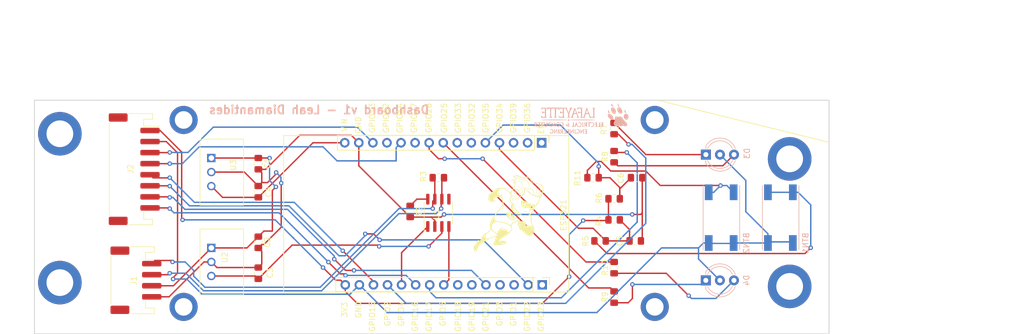
<source format=kicad_pcb>
(kicad_pcb (version 20171130) (host pcbnew "(5.1.4)-1")
  (layers (0 F.Cu signal) (31 B.Cu signal) (34 B.Paste user hide) (35 F.Paste user hide) (36 B.SilkS user) (37 F.SilkS user) (38 B.Mask user hide) (39 F.Mask user hide) (44 Edge.Cuts user))
  (net 0 "")
  (net 1 "Net-(D3-Pad1)")
  (net 2 /ESP_GND)
  (net 3 "Net-(D3-Pad3)")
  (net 4 "Net-(D4-Pad3)")
  (net 5 "Net-(D4-Pad1)")
  (net 6 /ESP_3V3)
  (net 7 /CS)
  (net 8 /~R1)
  (net 9 /BUSY)
  (net 10 /~G1)
  (net 11 /~R2)
  (net 12 /~G2)
  (net 13 /RST)
  (net 14 "Net-(ESP321-Pad27)")
  (net 15 "Net-(ESP321-Pad28)")
  (net 16 /DC)
  (net 17 "Net-(ESP321-Pad30)")
  (net 18 /DIN)
  (net 19 "Net-(ESP321-Pad12)")
  (net 20 /CLK)
  (net 21 "Net-(ESP321-Pad10)")
  (net 22 "Net-(ESP321-Pad7)")
  (net 23 "Net-(ESP321-Pad6)")
  (net 24 /BUTTON2)
  (net 25 /BUTTON1)
  (net 26 "Net-(ESP321-Pad3)")
  (net 27 "Net-(ESP321-Pad2)")
  (net 28 "Net-(ESP321-Pad1)")
  (net 29 /CANTX)
  (net 30 /GLV_RTN)
  (net 31 /GLV_5V)
  (net 32 /CANRX)
  (net 33 "Net-(U1-Pad5)")
  (net 34 /CAN_L)
  (net 35 /CAN_H)
  (net 36 /GLV_24V)
  (net 37 /ESP_BUTTON1)
  (net 38 /ESP_BUTTON2)
  (net 39 "Net-(R2-Pad2)")
  (net 40 "Net-(ESP321-Pad24)")
  (net 41 "Net-(ESP321-Pad25)")
  (net 42 /GLV_9V)
  (module Lafayette_Electric_Car_Footprints:ECE_Logo (layer B.Cu) (at 153 71 180)
    (fp_text reference G*** hide)
    (fp_text value LOGO hide)
  )
  (module MountingHole:MountingHole_5mm_Pad (layer F.Cu) (at 55.65 101.95)
    (fp_text reference "" (at 0 -6) (layer F.SilkS))
    (fp_text value MountingHole_5mm_Pad)
    (pad "" thru_hole circle (at 5.5386 -1.6962) (size 7.874 7.874) (drill 4.826) (layers *.Cu *.Mask))
  )
  (module MountingHole:MountingHole_5mm_Pad (layer F.Cu) (at 68.1 55.4)
    (fp_text reference "" (at 0 -6) (layer F.SilkS))
    (fp_text value MountingHole_5mm_Pad)
    (pad "" thru_hole circle (at -6.9114 17.9298) (size 7.874 7.874) (drill 4.826) (layers *.Cu *.Mask))
  )
  (module MountingHole:MountingHole_5mm_Pad (layer F.Cu) (at 230.0608 85.3736)
    (fp_text reference "" (at 0 -6) (layer F.SilkS))
    (fp_text value MountingHole_5mm_Pad)
    (pad "" thru_hole circle (at -37.0716 15.566) (size 7.874 7.874) (drill 4.826) (layers *.Cu *.Mask))
  )
  (module MountingHole:MountingHole_5mm_Pad (layer F.Cu) (at 212.2 73.15)
    (fp_text reference "" (at 0 -6) (layer F.SilkS))
    (fp_text value MountingHole_5mm_Pad)
    (pad "" thru_hole circle (at -19.2108 4.7264) (size 7.874 7.874) (drill 4.826) (layers *.Cu *.Mask))
  )
  (module Lafayette_Electric_Car_Footprints:2.9inEpaper (layer F.Cu) (at 81.25 68.55)
    (fp_text reference "" (at 6.35 -2.54) (layer F.SilkS))
    (fp_text value 2.9inEpaper)
    (pad "" thru_hole circle (at 2.286 36.0934) (size 5.08 5.08) (drill 3.175) (layers *.Cu *.Mask))
    (pad "" thru_hole circle (at 87.376 36.0934) (size 5.08 5.08) (drill 3.175) (layers *.Cu *.Mask))
    (pad "" thru_hole circle (at 87.376 2.286) (size 5.08 5.08) (drill 3.175) (layers *.Cu *.Mask))
    (pad "" thru_hole circle (at 2.286 2.286) (size 5.08 5.08) (drill 3.175) (layers *.Cu *.Mask))
  )
  (module Lafayette_Electric_Car_Footprints:dash (layer F.Cu) (at 142.24 87.63)
    (fp_text reference G*** hide)
    (fp_text value LOGO hide)
  )
  (module Lafayette_Electric_Car_Footprints:Paw (layer B.Cu) (at 162 70 180)
    (fp_text reference G*** hide)
    (fp_text value LOGO hide)
  )
  (module ESP32_Shield:ESP32_Devkit_DOIT_V1 (layer F.Cu) (at 101.6 73.66 270)
    (fp_text reference ESP321 (at 14.39 -50.55 90) (layer F.SilkS))
    (fp_text value ESP32_Devkit_DOIT_V1)
    (fp_text user GPIO23 (at 32.75 -46.5 90) (layer F.SilkS))
    (fp_text user GPIO22 (at 32.75 -44 90) (layer F.SilkS))
    (fp_text user GPIO1 (at 32.25 -41.5 90) (layer F.SilkS))
    (fp_text user GPIO3 (at 32.25 -39 90) (layer F.SilkS))
    (fp_text user GPIO21 (at 32.75 -36.5 90) (layer F.SilkS))
    (fp_text user GPIO19 (at 32.75 -34 90) (layer F.SilkS))
    (fp_text user GPIO18 (at 32.75 -31.5 90) (layer F.SilkS))
    (fp_text user GPIO5 (at 32.25 -28.75 90) (layer F.SilkS))
    (fp_text user GPIO17 (at 32.75 -26.25 90) (layer F.SilkS))
    (fp_text user GPIO16 (at 32.75 -23.75 90) (layer F.SilkS))
    (fp_text user GPIO4 (at 32.25 -21.25 90) (layer F.SilkS))
    (fp_text user GPIO2 (at 32.25 -18.75 90) (layer F.SilkS))
    (fp_text user GPIO15 (at 32.75 -16 90) (layer F.SilkS))
    (fp_text user 3V3 (at 31.5 -11 90) (layer F.SilkS))
    (fp_text user VIN (at -1.905 -11 90) (layer F.SilkS))
    (fp_text user GND (at 31.5 -13.5 90) (layer F.SilkS))
    (fp_text user GND (at -1.905 -13.5 90) (layer F.SilkS))
    (fp_text user GPIO13 (at -3.175 -16 90) (layer F.SilkS))
    (fp_text user GPIO12 (at -3.175 -18.5 90) (layer F.SilkS))
    (fp_text user GPIO14 (at -3.175 -21 90) (layer F.SilkS))
    (fp_text user GPIO27 (at -3.175 -23.55 90) (layer F.SilkS))
    (fp_text user GPIO26 (at -3.175 -26.2 90) (layer F.SilkS))
    (fp_text user GPIO25 (at -3.175 -29 90) (layer F.SilkS))
    (fp_text user GPIO33 (at -3.175 -31.5 90) (layer F.SilkS))
    (fp_text user GPIO32 (at -3.175 -34 90) (layer F.SilkS))
    (fp_text user GPIO35 (at -3.175 -36.5 90) (layer F.SilkS))
    (fp_text user GPIO34 (at -3.175 -39 90) (layer F.SilkS))
    (fp_text user GPIO39 (at -3.175 -41.5 90) (layer F.SilkS))
    (fp_text user GPIO36 (at -3.175 -44 90) (layer F.SilkS))
    (fp_text user EN (at -1.27 -46.5 90) (layer F.SilkS))
    (pad 16 thru_hole oval (at 27 -11.14 270) (size 1.7 1.7) (drill 1) (layers *.Cu *.Mask) (net 6 /ESP_3V3))
    (pad 17 thru_hole oval (at 27 -13.68 270) (size 1.7 1.7) (drill 1) (layers *.Cu *.Mask) (net 2 /ESP_GND))
    (pad 18 thru_hole oval (at 27 -16.22 270) (size 1.7 1.7) (drill 1) (layers *.Cu *.Mask) (net 7 /CS))
    (pad 19 thru_hole oval (at 27 -18.76 270) (size 1.7 1.7) (drill 1) (layers *.Cu *.Mask) (net 8 /~R1))
    (pad 20 thru_hole oval (at 27 -21.3 270) (size 1.7 1.7) (drill 1) (layers *.Cu *.Mask) (net 29 /CANTX))
    (pad 21 thru_hole oval (at 27 -23.84 270) (size 1.7 1.7) (drill 1) (layers *.Cu *.Mask) (net 9 /BUSY))
    (pad 22 thru_hole oval (at 27 -26.38 270) (size 1.7 1.7) (drill 1) (layers *.Cu *.Mask) (net 10 /~G1))
    (pad 23 thru_hole oval (at 27 -28.92 270) (size 1.7 1.7) (drill 1) (layers *.Cu *.Mask) (net 32 /CANRX))
    (pad 24 thru_hole oval (at 27 -31.46 270) (size 1.7 1.7) (drill 1) (layers *.Cu *.Mask) (net 40 "Net-(ESP321-Pad24)"))
    (pad 25 thru_hole oval (at 27 -34 270) (size 1.7 1.7) (drill 1) (layers *.Cu *.Mask) (net 41 "Net-(ESP321-Pad25)"))
    (pad 26 thru_hole oval (at 27 -36.54 270) (size 1.7 1.7) (drill 1) (layers *.Cu *.Mask) (net 13 /RST))
    (pad 27 thru_hole oval (at 27 -39.08 270) (size 1.7 1.7) (drill 1) (layers *.Cu *.Mask) (net 14 "Net-(ESP321-Pad27)"))
    (pad 28 thru_hole oval (at 27 -41.62 270) (size 1.7 1.7) (drill 1) (layers *.Cu *.Mask) (net 15 "Net-(ESP321-Pad28)"))
    (pad 29 thru_hole oval (at 27 -44.16 270) (size 1.7 1.7) (drill 1) (layers *.Cu *.Mask) (net 16 /DC))
    (pad 30 thru_hole rect (at 27 -46.7 270) (size 1.7 1.7) (drill 1) (layers *.Cu *.Mask) (net 17 "Net-(ESP321-Pad30)"))
    (pad 30 thru_hole rect (at 27 -46.7 270) (size 1.7 1.7) (drill 1) (layers *.Cu *.Mask) (net 17 "Net-(ESP321-Pad30)"))
    (pad 29 thru_hole oval (at 27 -44.16 270) (size 1.7 1.7) (drill 1) (layers *.Cu *.Mask) (net 16 /DC))
    (pad 28 thru_hole oval (at 27 -41.62 270) (size 1.7 1.7) (drill 1) (layers *.Cu *.Mask) (net 15 "Net-(ESP321-Pad28)"))
    (pad 27 thru_hole oval (at 27 -39.08 270) (size 1.7 1.7) (drill 1) (layers *.Cu *.Mask) (net 14 "Net-(ESP321-Pad27)"))
    (pad 26 thru_hole oval (at 27 -36.54 270) (size 1.7 1.7) (drill 1) (layers *.Cu *.Mask) (net 13 /RST))
    (pad 25 thru_hole oval (at 27 -34 270) (size 1.7 1.7) (drill 1) (layers *.Cu *.Mask) (net 41 "Net-(ESP321-Pad25)"))
    (pad 24 thru_hole oval (at 27 -31.46 270) (size 1.7 1.7) (drill 1) (layers *.Cu *.Mask) (net 40 "Net-(ESP321-Pad24)"))
    (pad 23 thru_hole oval (at 27 -28.92 270) (size 1.7 1.7) (drill 1) (layers *.Cu *.Mask) (net 32 /CANRX))
    (pad 22 thru_hole oval (at 27 -26.38 270) (size 1.7 1.7) (drill 1) (layers *.Cu *.Mask) (net 10 /~G1))
    (pad 21 thru_hole oval (at 27 -23.84 270) (size 1.7 1.7) (drill 1) (layers *.Cu *.Mask) (net 9 /BUSY))
    (pad 20 thru_hole oval (at 27 -21.3 270) (size 1.7 1.7) (drill 1) (layers *.Cu *.Mask) (net 29 /CANTX))
    (pad 19 thru_hole oval (at 27 -18.76 270) (size 1.7 1.7) (drill 1) (layers *.Cu *.Mask) (net 8 /~R1))
    (pad 18 thru_hole oval (at 27 -16.22 270) (size 1.7 1.7) (drill 1) (layers *.Cu *.Mask) (net 7 /CS))
    (pad 17 thru_hole oval (at 27 -13.68 270) (size 1.7 1.7) (drill 1) (layers *.Cu *.Mask) (net 2 /ESP_GND))
    (pad 16 thru_hole oval (at 27 -11.14 270) (size 1.7 1.7) (drill 1) (layers *.Cu *.Mask) (net 6 /ESP_3V3))
    (pad 15 thru_hole oval (at 1.3 -11.04 270) (size 1.7 1.7) (drill 1) (layers *.Cu *.Mask) (net 42 /GLV_9V))
    (pad 14 thru_hole oval (at 1.3 -13.58 270) (size 1.7 1.7) (drill 1) (layers *.Cu *.Mask) (net 30 /GLV_RTN))
    (pad 13 thru_hole oval (at 1.3 -16.12 270) (size 1.7 1.7) (drill 1) (layers *.Cu *.Mask) (net 18 /DIN))
    (pad 12 thru_hole oval (at 1.3 -18.66 270) (size 1.7 1.7) (drill 1) (layers *.Cu *.Mask) (net 19 "Net-(ESP321-Pad12)"))
    (pad 11 thru_hole oval (at 1.3 -21.2 270) (size 1.7 1.7) (drill 1) (layers *.Cu *.Mask) (net 20 /CLK))
    (pad 10 thru_hole oval (at 1.3 -23.74 270) (size 1.7 1.7) (drill 1) (layers *.Cu *.Mask) (net 21 "Net-(ESP321-Pad10)"))
    (pad 9 thru_hole oval (at 1.3 -26.28 270) (size 1.7 1.7) (drill 1) (layers *.Cu *.Mask) (net 12 /~G2))
    (pad 8 thru_hole oval (at 1.3 -28.82 270) (size 1.7 1.7) (drill 1) (layers *.Cu *.Mask) (net 11 /~R2))
    (pad 7 thru_hole oval (at 1.3 -31.36 270) (size 1.7 1.7) (drill 1) (layers *.Cu *.Mask) (net 22 "Net-(ESP321-Pad7)"))
    (pad 6 thru_hole oval (at 1.3 -33.9 270) (size 1.7 1.7) (drill 1) (layers *.Cu *.Mask) (net 23 "Net-(ESP321-Pad6)"))
    (pad 5 thru_hole oval (at 1.3 -36.44 270) (size 1.7 1.7) (drill 1) (layers *.Cu *.Mask) (net 38 /ESP_BUTTON2))
    (pad 4 thru_hole oval (at 1.3 -38.98 270) (size 1.7 1.7) (drill 1) (layers *.Cu *.Mask) (net 37 /ESP_BUTTON1))
    (pad 3 thru_hole oval (at 1.3 -41.52 270) (size 1.7 1.7) (drill 1) (layers *.Cu *.Mask) (net 26 "Net-(ESP321-Pad3)"))
    (pad 2 thru_hole oval (at 1.3 -44.06 270) (size 1.7 1.7) (drill 1) (layers *.Cu *.Mask) (net 27 "Net-(ESP321-Pad2)"))
    (pad 1 thru_hole rect (at 1.3 -46.6 270) (size 1.7 1.7) (drill 1) (layers *.Cu *.Mask) (net 28 "Net-(ESP321-Pad1)"))
    (pad 1 thru_hole rect (at 1.3 -46.6 270) (size 1.7 1.7) (drill 1) (layers *.Cu *.Mask) (net 28 "Net-(ESP321-Pad1)"))
    (pad 2 thru_hole oval (at 1.3 -44.06 270) (size 1.7 1.7) (drill 1) (layers *.Cu *.Mask) (net 27 "Net-(ESP321-Pad2)"))
    (pad 3 thru_hole oval (at 1.3 -41.52 270) (size 1.7 1.7) (drill 1) (layers *.Cu *.Mask) (net 26 "Net-(ESP321-Pad3)"))
    (pad 4 thru_hole oval (at 1.3 -38.98 270) (size 1.7 1.7) (drill 1) (layers *.Cu *.Mask) (net 37 /ESP_BUTTON1))
    (pad 5 thru_hole oval (at 1.3 -36.44 270) (size 1.7 1.7) (drill 1) (layers *.Cu *.Mask) (net 38 /ESP_BUTTON2))
    (pad 6 thru_hole oval (at 1.3 -33.9 270) (size 1.7 1.7) (drill 1) (layers *.Cu *.Mask) (net 23 "Net-(ESP321-Pad6)"))
    (pad 7 thru_hole oval (at 1.3 -31.36 270) (size 1.7 1.7) (drill 1) (layers *.Cu *.Mask) (net 22 "Net-(ESP321-Pad7)"))
    (pad 8 thru_hole oval (at 1.3 -28.82 270) (size 1.7 1.7) (drill 1) (layers *.Cu *.Mask) (net 11 /~R2))
    (pad 9 thru_hole oval (at 1.3 -26.28 270) (size 1.7 1.7) (drill 1) (layers *.Cu *.Mask) (net 12 /~G2))
    (pad 10 thru_hole oval (at 1.3 -23.74 270) (size 1.7 1.7) (drill 1) (layers *.Cu *.Mask) (net 21 "Net-(ESP321-Pad10)"))
    (pad 11 thru_hole oval (at 1.3 -21.2 270) (size 1.7 1.7) (drill 1) (layers *.Cu *.Mask) (net 20 /CLK))
    (pad 12 thru_hole oval (at 1.3 -18.66 270) (size 1.7 1.7) (drill 1) (layers *.Cu *.Mask) (net 19 "Net-(ESP321-Pad12)"))
    (pad 13 thru_hole oval (at 1.3 -16.12 270) (size 1.7 1.7) (drill 1) (layers *.Cu *.Mask) (net 18 /DIN))
    (pad 14 thru_hole oval (at 1.3 -13.58 270) (size 1.7 1.7) (drill 1) (layers *.Cu *.Mask) (net 30 /GLV_RTN))
    (pad 15 thru_hole oval (at 1.3 -11.04 270) (size 1.7 1.7) (drill 1) (layers *.Cu *.Mask) (net 42 /GLV_9V))
  )
  (module Connector_JST:JST_PH_S8B-PH-SM4-TB_1x08-1MP_P2.00mm_Horizontal (layer F.Cu) (at 74.62 79.74 270)
    (fp_text reference J2 (at -0.04 0.67 90) (layer F.SilkS))
    (fp_text value Display)
    (pad 1 smd roundrect (at -7 -2.85 270) (size 1 3.5) (layers F.Cu F.Paste F.Mask) (net 6 /ESP_3V3))
    (pad 2 smd roundrect (at -5 -2.85 270) (size 1 3.5) (layers F.Cu F.Paste F.Mask) (net 2 /ESP_GND))
    (pad 3 smd roundrect (at -3 -2.85 270) (size 1 3.5) (layers F.Cu F.Paste F.Mask) (net 18 /DIN))
    (pad 4 smd roundrect (at -1 -2.85 270) (size 1 3.5) (layers F.Cu F.Paste F.Mask) (net 20 /CLK))
    (pad 5 smd roundrect (at 1 -2.85 270) (size 1 3.5) (layers F.Cu F.Paste F.Mask) (net 7 /CS))
    (pad 6 smd roundrect (at 3 -2.85 270) (size 1 3.5) (layers F.Cu F.Paste F.Mask) (net 16 /DC))
    (pad 7 smd roundrect (at 5 -2.85 270) (size 1 3.5) (layers F.Cu F.Paste F.Mask) (net 13 /RST))
    (pad 8 smd roundrect (at 7 -2.85 270) (size 1 3.5) (layers F.Cu F.Paste F.Mask) (net 9 /BUSY))
    (pad MP smd roundrect (at -9.35 2.9 270) (size 1.5 3.4) (layers F.Cu F.Paste F.Mask) (roundrect_rratio 0.166667))
    (pad MP smd roundrect (at 9.35 2.9 270) (size 1.5 3.4) (layers F.Cu F.Paste F.Mask) (roundrect_rratio 0.166667))
  )
  (module Lafayette_Electric_Car_Footprints:PushButton (layer B.Cu) (at 191.3636 88.4936 90)
    (fp_text reference BTN1 (at -4.6 4.5 90) (layer B.SilkS) (effects (justify mirror)))
    (fp_text value PushButton)
    (pad 2 smd rect (at 4.575 2.2 90) (size 2.85 1.4) (layers B.Cu B.Paste B.Mask) (net 25 /BUTTON1))
    (pad 2 smd rect (at 4.575 -2.3 90) (size 2.85 1.4) (layers B.Cu B.Paste B.Mask) (net 25 /BUTTON1))
    (pad 1 smd rect (at -4.6 -2.3 90) (size 2.85 1.4) (layers B.Cu B.Paste B.Mask) (net 2 /ESP_GND))
    (pad 1 smd rect (at -4.6 2.2 90) (size 2.85 1.4) (layers B.Cu B.Paste B.Mask) (net 2 /ESP_GND))
  )
  (module Lafayette_Electric_Car_Footprints:PushButton (layer B.Cu) (at 180.6702 88.4936 90)
    (fp_text reference BTN2 (at -4.6 4.5 90) (layer B.SilkS) (effects (justify mirror)))
    (fp_text value PushButton)
    (pad 1 smd rect (at -4.6 2.2 90) (size 2.85 1.4) (layers B.Cu B.Paste B.Mask) (net 2 /ESP_GND))
    (pad 1 smd rect (at -4.6 -2.3 90) (size 2.85 1.4) (layers B.Cu B.Paste B.Mask) (net 2 /ESP_GND))
    (pad 2 smd rect (at 4.575 -2.3 90) (size 2.85 1.4) (layers B.Cu B.Paste B.Mask) (net 24 /BUTTON2))
    (pad 2 smd rect (at 4.575 2.2 90) (size 2.85 1.4) (layers B.Cu B.Paste B.Mask) (net 24 /BUTTON2))
  )
  (module LED_THT:LED_D5.0mm-3 (layer B.Cu) (at 177.86 77.1)
    (fp_text reference D3 (at 7.44 -0.2 90) (layer B.SilkS) (effects (justify mirror)))
    (fp_text value LED_Dual_ACA)
    (pad 1 thru_hole rect (at 0 0) (size 1.8 1.8) (drill 0.9) (layers *.Cu *.Mask) (net 1 "Net-(D3-Pad1)"))
    (pad 2 thru_hole circle (at 2.54 0) (size 1.8 1.8) (drill 0.9) (layers *.Cu *.Mask) (net 2 /ESP_GND))
    (pad 3 thru_hole circle (at 5.08 0) (size 1.8 1.8) (drill 0.9) (layers *.Cu *.Mask) (net 3 "Net-(D3-Pad3)"))
  )
  (module LED_THT:LED_D5.0mm-3 (layer B.Cu) (at 177.85 99.85)
    (fp_text reference D4 (at 7.35 0 90) (layer B.SilkS) (effects (justify mirror)))
    (fp_text value LED_Dual_ACA)
    (pad 3 thru_hole circle (at 5.08 0) (size 1.8 1.8) (drill 0.9) (layers *.Cu *.Mask) (net 4 "Net-(D4-Pad3)"))
    (pad 2 thru_hole circle (at 2.54 0) (size 1.8 1.8) (drill 0.9) (layers *.Cu *.Mask) (net 2 /ESP_GND))
    (pad 1 thru_hole rect (at 0 0) (size 1.8 1.8) (drill 0.9) (layers *.Cu *.Mask) (net 5 "Net-(D4-Pad1)"))
  )
  (module Package_SO:SOIC-8_3.9x4.9mm_P1.27mm (layer F.Cu) (at 129.54 87.63 90)
    (fp_text reference U1 (at -0.27 -0.39 90) (layer F.SilkS))
    (fp_text value MCP2551-I-SN)
    (pad 1 smd roundrect (at -2.475 -1.905 90) (size 1.95 0.6) (layers F.Cu F.Paste F.Mask) (net 29 /CANTX))
    (pad 2 smd roundrect (at -2.475 -0.635 90) (size 1.95 0.6) (layers F.Cu F.Paste F.Mask) (net 30 /GLV_RTN))
    (pad 3 smd roundrect (at -2.475 0.635 90) (size 1.95 0.6) (layers F.Cu F.Paste F.Mask) (net 31 /GLV_5V))
    (pad 4 smd roundrect (at -2.475 1.905 90) (size 1.95 0.6) (layers F.Cu F.Paste F.Mask) (net 32 /CANRX))
    (pad 5 smd roundrect (at 2.475 1.905 90) (size 1.95 0.6) (layers F.Cu F.Paste F.Mask) (net 33 "Net-(U1-Pad5)"))
    (pad 6 smd roundrect (at 2.475 0.635 90) (size 1.95 0.6) (layers F.Cu F.Paste F.Mask) (net 34 /CAN_L))
    (pad 7 smd roundrect (at 2.475 -0.635 90) (size 1.95 0.6) (layers F.Cu F.Paste F.Mask) (net 35 /CAN_H))
    (pad 8 smd roundrect (at 2.475 -1.905 90) (size 1.95 0.6) (layers F.Cu F.Paste F.Mask) (net 39 "Net-(R2-Pad2)"))
  )
  (module Lafayette_Electric_Car_Footprints:VX7805-500 (layer F.Cu) (at 90.17 96.52 270)
    (fp_text reference U2 (at -0.82 -0.83 90) (layer F.SilkS))
    (fp_text value V7805-500)
    (pad 1 thru_hole rect (at -2.54 1.625 270) (size 1.508 1.508) (drill 1) (layers *.Cu *.Mask) (net 36 /GLV_24V))
    (pad 2 thru_hole circle (at 0 1.625 270) (size 1.508 1.508) (drill 1) (layers *.Cu *.Mask) (net 30 /GLV_RTN))
    (pad 3 thru_hole circle (at 2.54 1.625 270) (size 1.508 1.508) (drill 1) (layers *.Cu *.Mask) (net 31 /GLV_5V))
  )
  (module Capacitor_SMD:C_0805_2012Metric_Pad1.15x1.40mm_HandSolder (layer F.Cu) (at 97.028 92.964 270)
    (fp_text reference C2 (at 0 -1.65 90) (layer F.SilkS))
    (fp_text value 10u)
    (pad 1 smd roundrect (at -1.025 0 270) (size 1.15 1.4) (layers F.Cu F.Paste F.Mask) (roundrect_rratio 0.217391) (net 36 /GLV_24V))
    (pad 2 smd roundrect (at 1.025 0 270) (size 1.15 1.4) (layers F.Cu F.Paste F.Mask) (roundrect_rratio 0.217391) (net 30 /GLV_RTN))
  )
  (module Capacitor_SMD:C_0805_2012Metric_Pad1.15x1.40mm_HandSolder (layer F.Cu) (at 97.028 98.552 90)
    (fp_text reference C3 (at 0.052 2.122 90) (layer F.SilkS))
    (fp_text value 22u)
    (pad 2 smd roundrect (at 1.025 0 90) (size 1.15 1.4) (layers F.Cu F.Paste F.Mask) (roundrect_rratio 0.217391) (net 30 /GLV_RTN))
    (pad 1 smd roundrect (at -1.025 0 90) (size 1.15 1.4) (layers F.Cu F.Paste F.Mask) (roundrect_rratio 0.217391) (net 31 /GLV_5V))
  )
  (module Capacitor_SMD:C_0805_2012Metric_Pad1.15x1.40mm_HandSolder (layer F.Cu) (at 165.1 92.71)
    (fp_text reference C5 (at -2.8 -0.01 90) (layer F.SilkS))
    (fp_text value .1u)
    (pad 1 smd roundrect (at -1.025 0) (size 1.15 1.4) (layers F.Cu F.Paste F.Mask) (roundrect_rratio 0.217391) (net 37 /ESP_BUTTON1))
    (pad 2 smd roundrect (at 1.025 0) (size 1.15 1.4) (layers F.Cu F.Paste F.Mask) (roundrect_rratio 0.217391) (net 30 /GLV_RTN))
  )
  (module Capacitor_SMD:C_0805_2012Metric_Pad1.15x1.40mm_HandSolder (layer F.Cu) (at 165.345 81.28)
    (fp_text reference C6 (at -2.845 0.07 90) (layer F.SilkS))
    (fp_text value .1u)
    (pad 2 smd roundrect (at 1.025 0) (size 1.15 1.4) (layers F.Cu F.Paste F.Mask) (roundrect_rratio 0.217391) (net 30 /GLV_RTN))
    (pad 1 smd roundrect (at -1.025 0) (size 1.15 1.4) (layers F.Cu F.Paste F.Mask) (roundrect_rratio 0.217391) (net 38 /ESP_BUTTON2))
  )
  (module Connector_JST:JST_PH_S4B-PH-SM4-TB_1x04-1MP_P2.00mm_Horizontal (layer F.Cu) (at 74.93 99.822 270)
    (fp_text reference J1 (at 0.078 0.38 90) (layer F.SilkS))
    (fp_text value GLV/CAN)
    (pad 1 smd roundrect (at -3 -2.85 270) (size 1 3.5) (layers F.Cu F.Paste F.Mask) (net 35 /CAN_H))
    (pad 2 smd roundrect (at -1 -2.85 270) (size 1 3.5) (layers F.Cu F.Paste F.Mask) (net 34 /CAN_L))
    (pad 3 smd roundrect (at 1 -2.85 270) (size 1 3.5) (layers F.Cu F.Paste F.Mask) (net 36 /GLV_24V))
    (pad 4 smd roundrect (at 3 -2.85 270) (size 1 3.5) (layers F.Cu F.Paste F.Mask) (net 30 /GLV_RTN))
    (pad MP smd roundrect (at -5.35 2.9 270) (size 1.5 3.4) (layers F.Cu F.Paste F.Mask) (roundrect_rratio 0.166667))
    (pad MP smd roundrect (at 5.35 2.9 270) (size 1.5 3.4) (layers F.Cu F.Paste F.Mask) (roundrect_rratio 0.166667))
  )
  (module Resistor_SMD:R_0805_2012Metric_Pad1.15x1.40mm_HandSolder (layer F.Cu) (at 124.46 87.385 90)
    (fp_text reference R2 (at -0.065 1.64 90) (layer F.SilkS))
    (fp_text value 1K)
    (pad 2 smd roundrect (at 1.025 0 90) (size 1.15 1.4) (layers F.Cu F.Paste F.Mask) (roundrect_rratio 0.217391) (net 39 "Net-(R2-Pad2)"))
    (pad 1 smd roundrect (at -1.025 0 90) (size 1.15 1.4) (layers F.Cu F.Paste F.Mask) (roundrect_rratio 0.217391) (net 30 /GLV_RTN))
  )
  (module Resistor_SMD:R_0805_2012Metric_Pad1.15x1.40mm_HandSolder (layer F.Cu) (at 129.54 81.28)
    (fp_text reference R3 (at -2.69 -0.23 90) (layer F.SilkS))
    (fp_text value 120)
    (pad 1 smd roundrect (at -1.025 0) (size 1.15 1.4) (layers F.Cu F.Paste F.Mask) (roundrect_rratio 0.217391) (net 35 /CAN_H))
    (pad 2 smd roundrect (at 1.025 0) (size 1.15 1.4) (layers F.Cu F.Paste F.Mask) (roundrect_rratio 0.217391) (net 34 /CAN_L))
  )
  (module Resistor_SMD:R_0805_2012Metric_Pad1.15x1.40mm_HandSolder (layer F.Cu) (at 161.29 88.9 180)
    (fp_text reference R4 (at 2.74 -0.2 90) (layer F.SilkS))
    (fp_text value 100k)
    (pad 2 smd roundrect (at 1.025 0 180) (size 1.15 1.4) (layers F.Cu F.Paste F.Mask) (roundrect_rratio 0.217391) (net 6 /ESP_3V3))
    (pad 1 smd roundrect (at -1.025 0 180) (size 1.15 1.4) (layers F.Cu F.Paste F.Mask) (roundrect_rratio 0.217391) (net 37 /ESP_BUTTON1))
  )
  (module Resistor_SMD:R_0805_2012Metric_Pad1.15x1.40mm_HandSolder (layer F.Cu) (at 158.75 92.71 180)
    (fp_text reference R5 (at 2.6 -0.04 90) (layer F.SilkS))
    (fp_text value 1K)
    (pad 2 smd roundrect (at 1.025 0 180) (size 1.15 1.4) (layers F.Cu F.Paste F.Mask) (roundrect_rratio 0.217391) (net 25 /BUTTON1))
    (pad 1 smd roundrect (at -1.025 0 180) (size 1.15 1.4) (layers F.Cu F.Paste F.Mask) (roundrect_rratio 0.217391) (net 37 /ESP_BUTTON1))
  )
  (module Resistor_SMD:R_0805_2012Metric_Pad1.15x1.40mm_HandSolder (layer F.Cu) (at 161.29 85.09 180)
    (fp_text reference R6 (at 2.74 0.14 90) (layer F.SilkS))
    (fp_text value 100k)
    (pad 2 smd roundrect (at 1.025 0 180) (size 1.15 1.4) (layers F.Cu F.Paste F.Mask) (roundrect_rratio 0.217391) (net 6 /ESP_3V3))
    (pad 1 smd roundrect (at -1.025 0 180) (size 1.15 1.4) (layers F.Cu F.Paste F.Mask) (roundrect_rratio 0.217391) (net 38 /ESP_BUTTON2))
  )
  (module Resistor_SMD:R_0805_2012Metric_Pad1.15x1.40mm_HandSolder (layer F.Cu) (at 161.29 72.39 270)
    (fp_text reference R7 (at 0.16 1.84 90) (layer F.SilkS))
    (fp_text value 68)
    (pad 1 smd roundrect (at -1.025 0 270) (size 1.15 1.4) (layers F.Cu F.Paste F.Mask) (roundrect_rratio 0.217391) (net 1 "Net-(D3-Pad1)"))
    (pad 2 smd roundrect (at 1.025 0 270) (size 1.15 1.4) (layers F.Cu F.Paste F.Mask) (roundrect_rratio 0.217391) (net 8 /~R1))
  )
  (module Resistor_SMD:R_0805_2012Metric_Pad1.15x1.40mm_HandSolder (layer F.Cu) (at 161.29 77.47 90)
    (fp_text reference R8 (at 0 -1.65 90) (layer F.SilkS))
    (fp_text value 750)
    (pad 2 smd roundrect (at 1.025 0 90) (size 1.15 1.4) (layers F.Cu F.Paste F.Mask) (roundrect_rratio 0.217391) (net 10 /~G1))
    (pad 1 smd roundrect (at -1.025 0 90) (size 1.15 1.4) (layers F.Cu F.Paste F.Mask) (roundrect_rratio 0.217391) (net 3 "Net-(D3-Pad3)"))
  )
  (module Resistor_SMD:R_0805_2012Metric_Pad1.15x1.40mm_HandSolder (layer F.Cu) (at 161.29 102.87 90)
    (fp_text reference R9 (at 0 -1.65 90) (layer F.SilkS))
    (fp_text value 68)
    (pad 1 smd roundrect (at -1.025 0 90) (size 1.15 1.4) (layers F.Cu F.Paste F.Mask) (roundrect_rratio 0.217391) (net 5 "Net-(D4-Pad1)"))
    (pad 2 smd roundrect (at 1.025 0 90) (size 1.15 1.4) (layers F.Cu F.Paste F.Mask) (roundrect_rratio 0.217391) (net 11 /~R2))
  )
  (module Resistor_SMD:R_0805_2012Metric_Pad1.15x1.40mm_HandSolder (layer F.Cu) (at 161.29 97.545 90)
    (fp_text reference R10 (at 0 -1.65 90) (layer F.SilkS))
    (fp_text value 750)
    (pad 1 smd roundrect (at -1.025 0 90) (size 1.15 1.4) (layers F.Cu F.Paste F.Mask) (roundrect_rratio 0.217391) (net 4 "Net-(D4-Pad3)"))
    (pad 2 smd roundrect (at 1.025 0 90) (size 1.15 1.4) (layers F.Cu F.Paste F.Mask) (roundrect_rratio 0.217391) (net 12 /~G2))
  )
  (module Resistor_SMD:R_0805_2012Metric_Pad1.15x1.40mm_HandSolder (layer F.Cu) (at 157.48 81.28 180)
    (fp_text reference R11 (at 2.83 -0.07 90) (layer F.SilkS))
    (fp_text value 1K)
    (pad 1 smd roundrect (at -1.025 0 180) (size 1.15 1.4) (layers F.Cu F.Paste F.Mask) (roundrect_rratio 0.217391) (net 38 /ESP_BUTTON2))
    (pad 2 smd roundrect (at 1.025 0 180) (size 1.15 1.4) (layers F.Cu F.Paste F.Mask) (roundrect_rratio 0.217391) (net 24 /BUTTON2))
  )
  (module Capacitor_SMD:C_0805_2012Metric_Pad1.15x1.40mm_HandSolder (layer F.Cu) (at 97.028 78.74 270)
    (fp_text reference C1 (at 0 -1.65 90) (layer F.SilkS))
    (fp_text value 10u)
    (pad 1 smd roundrect (at -1.025 0 270) (size 1.15 1.4) (layers F.Cu F.Paste F.Mask) (roundrect_rratio 0.217391) (net 36 /GLV_24V))
    (pad 2 smd roundrect (at 1.025 0 270) (size 1.15 1.4) (layers F.Cu F.Paste F.Mask) (roundrect_rratio 0.217391) (net 30 /GLV_RTN))
  )
  (module Capacitor_SMD:C_0805_2012Metric_Pad1.15x1.40mm_HandSolder (layer F.Cu) (at 97.028 83.811 90)
    (fp_text reference C4 (at -0.039 1.872 90) (layer F.SilkS))
    (fp_text value 10u)
    (pad 2 smd roundrect (at 1.025 0 90) (size 1.15 1.4) (layers F.Cu F.Paste F.Mask) (roundrect_rratio 0.217391) (net 30 /GLV_RTN))
    (pad 1 smd roundrect (at -1.025 0 90) (size 1.15 1.4) (layers F.Cu F.Paste F.Mask) (roundrect_rratio 0.217391) (net 42 /GLV_9V))
  )
  (module Lafayette_Electric_Car_Footprints:VX7805-500 (layer F.Cu) (at 90.17 80.264 270)
    (fp_text reference U3 (at -1.264 -2.33 90) (layer F.SilkS))
    (fp_text value V7809-500)
    (pad 1 thru_hole rect (at -2.54 1.625 270) (size 1.508 1.508) (drill 1) (layers *.Cu *.Mask) (net 36 /GLV_24V))
    (pad 2 thru_hole circle (at 0 1.625 270) (size 1.508 1.508) (drill 1) (layers *.Cu *.Mask) (net 30 /GLV_RTN))
    (pad 3 thru_hole circle (at 2.54 1.625 270) (size 1.508 1.508) (drill 1) (layers *.Cu *.Mask) (net 42 /GLV_9V))
  )
  (gr_line (start 200.1012 74.8792) (end 200.1012 67.2592) (layer Edge.Cuts) (width 0.15))
  (gr_line (start 169.164 67.2592) (end 200.1012 67.2592) (layer Edge.Cuts) (width 0.15))
  (gr_line (start 68.1736 67.2592) (end 56.5912 67.2592) (layer Edge.Cuts) (width 0.15))
  (gr_line (start 56.5912 109.5248) (end 56.5912 67.2592) (layer Edge.Cuts) (width 0.15))
  (gr_line (start 68.1736 109.5248) (end 56.5912 109.5248) (layer Edge.Cuts) (width 0.15))
  (gr_text "Dashboard v1 - Leah Diamantides" (at 108 69) (layer B.SilkS) (effects (font (size 1.5 1.5) (thickness 0.3)) (justify mirror)))
  (gr_line (start 169.164 67.2592) (end 200.1012 74.8792) (layer F.SilkS) (width 0.15))
  (gr_line (start 200.1012 109.5248) (end 200.1012 74.8792) (layer Edge.Cuts) (width 0.15))
  (gr_line (start 68.1736 67.2592) (end 169.164 67.2592) (layer Edge.Cuts) (width 0.15))
  (gr_line (start 200.1012 109.5248) (end 68.1736 109.5248) (layer Edge.Cuts) (width 0.15))
  (segment (start 194.5136 83.9186) (end 193.5636 83.9186) (width 0.25) (layer B.Cu) (net 25))
  (segment (start 193.5636 83.9186) (end 189.0636 83.9186) (width 0.25) (layer B.Cu) (net 25))
  (segment (start 167.025 77.1) (end 177.86 77.1) (width 0.25) (layer F.Cu) (net 1))
  (segment (start 161.29 71.365) (end 167.025 77.1) (width 0.25) (layer F.Cu) (net 1))
  (segment (start 169.855118 93.98) (end 158.171118 105.664) (width 0.25) (layer B.Cu) (net 2))
  (segment (start 176.53 93.98) (end 169.855118 93.98) (width 0.25) (layer B.Cu) (net 2))
  (segment (start 158.171118 105.664) (end 120.284 105.664) (width 0.25) (layer B.Cu) (net 2))
  (segment (start 120.284 105.664) (end 115.28 100.66) (width 0.25) (layer B.Cu) (net 2))
  (segment (start 188.88 92.89) (end 189.83 92.89) (width 0.25) (layer B.Cu) (net 2))
  (segment (start 189.83 92.89) (end 193.38 92.89) (width 0.25) (layer B.Cu) (net 2))
  (segment (start 178.38 93.17) (end 179.33 93.17) (width 0.25) (layer B.Cu) (net 2))
  (segment (start 179.33 93.17) (end 182.88 93.17) (width 0.25) (layer B.Cu) (net 2))
  (segment (start 178.38 92.445) (end 178.38 93.17) (width 0.25) (layer B.Cu) (net 2))
  (segment (start 77.47 74.74) (end 80.398882 74.74) (width 0.25) (layer F.Cu) (net 2))
  (segment (start 180.4 77.1) (end 185.070999 81.770999) (width 0.25) (layer B.Cu) (net 2))
  (segment (start 176.53 95.99) (end 180.39 99.85) (width 0.25) (layer B.Cu) (net 2))
  (segment (start 176.53 93.98) (end 176.53 95.99) (width 0.25) (layer B.Cu) (net 2))
  (segment (start 177.4164 93.0936) (end 178.3702 93.0936) (width 0.25) (layer B.Cu) (net 2))
  (segment (start 176.53 93.98) (end 177.4164 93.0936) (width 0.25) (layer B.Cu) (net 2))
  (segment (start 182.8702 93.0936) (end 189.0636 93.0936) (width 0.25) (layer B.Cu) (net 2))
  (segment (start 189.0636 91.4186) (end 189.0636 93.0936) (width 0.25) (layer B.Cu) (net 2))
  (segment (start 185.070999 87.425999) (end 189.0636 91.4186) (width 0.25) (layer B.Cu) (net 2))
  (segment (start 185.070999 81.770999) (end 185.070999 87.425999) (width 0.25) (layer B.Cu) (net 2))
  (segment (start 82.440001 76.781119) (end 82.440001 98.534999) (width 0.25) (layer F.Cu) (net 2))
  (segment (start 80.398882 74.74) (end 82.440001 76.781119) (width 0.25) (layer F.Cu) (net 2))
  (via (at 81.635778 99.607943) (size 0.8) (drill 0.4) (layers F.Cu B.Cu) (net 2))
  (segment (start 82.440001 98.534999) (end 81.635778 99.339222) (width 0.25) (layer F.Cu) (net 2))
  (segment (start 81.635778 99.339222) (end 81.635778 99.607943) (width 0.25) (layer F.Cu) (net 2))
  (segment (start 114.430001 101.509999) (end 115.28 100.66) (width 0.25) (layer B.Cu) (net 2))
  (segment (start 113.58598 102.35402) (end 114.430001 101.509999) (width 0.25) (layer B.Cu) (net 2))
  (segment (start 86.853256 102.35402) (end 113.58598 102.35402) (width 0.25) (layer B.Cu) (net 2))
  (segment (start 84.107177 99.607943) (end 86.853256 102.35402) (width 0.25) (layer B.Cu) (net 2))
  (segment (start 81.635778 99.607943) (end 84.107177 99.607943) (width 0.25) (layer B.Cu) (net 2))
  (segment (start 182.040001 77.999999) (end 182.94 77.1) (width 0.25) (layer F.Cu) (net 3))
  (segment (start 180.921628 79.118372) (end 182.040001 77.999999) (width 0.25) (layer F.Cu) (net 3))
  (segment (start 161.913372 79.118372) (end 180.921628 79.118372) (width 0.25) (layer F.Cu) (net 3))
  (segment (start 161.29 78.495) (end 161.913372 79.118372) (width 0.25) (layer F.Cu) (net 3))
  (segment (start 174.752 102.616) (end 170.706 98.57) (width 0.25) (layer F.Cu) (net 4))
  (segment (start 170.706 98.57) (end 161.29 98.57) (width 0.25) (layer F.Cu) (net 4))
  (segment (start 175.26 103.124) (end 174.752 102.616) (width 0.25) (layer B.Cu) (net 4))
  (via (at 174.752 102.616) (size 0.8) (drill 0.4) (layers F.Cu B.Cu) (net 4))
  (segment (start 179.656 103.124) (end 182.93 99.85) (width 0.25) (layer B.Cu) (net 4))
  (segment (start 175.26 103.124) (end 179.656 103.124) (width 0.25) (layer B.Cu) (net 4))
  (segment (start 164.592 103.124) (end 163.821 103.895) (width 0.25) (layer F.Cu) (net 5))
  (segment (start 164.592 100.584) (end 164.592 103.124) (width 0.25) (layer F.Cu) (net 5))
  (segment (start 163.821 103.895) (end 161.29 103.895) (width 0.25) (layer F.Cu) (net 5))
  (via (at 164.592 100.584) (size 0.8) (drill 0.4) (layers F.Cu B.Cu) (net 5))
  (segment (start 177.116 100.584) (end 177.85 99.85) (width 0.25) (layer B.Cu) (net 5))
  (segment (start 164.592 100.584) (end 177.116 100.584) (width 0.25) (layer B.Cu) (net 5))
  (segment (start 114.890919 104.013) (end 148.336 104.013) (width 0.25) (layer F.Cu) (net 6))
  (segment (start 148.336 104.013) (end 153.162 99.187) (width 0.25) (layer F.Cu) (net 6))
  (segment (start 112.74 101.862081) (end 114.890919 104.013) (width 0.25) (layer F.Cu) (net 6))
  (segment (start 112.74 100.66) (end 112.74 101.862081) (width 0.25) (layer F.Cu) (net 6))
  (segment (start 153.162 99.441) (end 153.162 99.187) (width 0.25) (layer F.Cu) (net 6))
  (segment (start 155.702 89.027) (end 160.138 89.027) (width 0.25) (layer F.Cu) (net 6))
  (segment (start 160.138 89.027) (end 160.265 88.9) (width 0.25) (layer F.Cu) (net 6))
  (segment (start 153.162 91.567) (end 155.702 89.027) (width 0.25) (layer B.Cu) (net 6))
  (via (at 155.702 89.027) (size 0.8) (drill 0.4) (layers F.Cu B.Cu) (net 6))
  (segment (start 153.162 99.187) (end 153.162 91.567) (width 0.25) (layer B.Cu) (net 6))
  (via (at 153.162 99.187) (size 0.8) (drill 0.4) (layers F.Cu B.Cu) (net 6))
  (segment (start 160.265 85.09) (end 160.265 88.9) (width 0.25) (layer F.Cu) (net 6))
  (segment (start 110.986001 99.810001) (end 108.712 97.536) (width 0.25) (layer F.Cu) (net 6))
  (via (at 108.712 97.536) (size 0.8) (drill 0.4) (layers F.Cu B.Cu) (net 6))
  (segment (start 112.74 100.66) (end 111.890001 99.810001) (width 0.25) (layer F.Cu) (net 6))
  (segment (start 111.890001 99.810001) (end 110.986001 99.810001) (width 0.25) (layer F.Cu) (net 6))
  (segment (start 79.291264 72.74) (end 83.185 76.633736) (width 0.25) (layer F.Cu) (net 6))
  (segment (start 77.47 72.74) (end 79.291264 72.74) (width 0.25) (layer F.Cu) (net 6))
  (via (at 83.346001 88.9) (size 0.8) (drill 0.4) (layers F.Cu B.Cu) (net 6))
  (segment (start 83.185 76.633736) (end 83.185 88.738999) (width 0.25) (layer F.Cu) (net 6))
  (segment (start 83.185 88.738999) (end 83.346001 88.9) (width 0.25) (layer F.Cu) (net 6))
  (segment (start 100.076 88.9) (end 103.378 92.202) (width 0.25) (layer B.Cu) (net 6))
  (segment (start 83.346001 88.9) (end 100.076 88.9) (width 0.25) (layer B.Cu) (net 6))
  (segment (start 108.712 97.536) (end 103.378 92.202) (width 0.25) (layer B.Cu) (net 6))
  (segment (start 103.378 92.202) (end 103.24701 92.07101) (width 0.25) (layer B.Cu) (net 6))
  (segment (start 112.268 94.488) (end 117.82 100.04) (width 0.25) (layer F.Cu) (net 7))
  (segment (start 117.82 100.04) (end 117.82 100.66) (width 0.25) (layer F.Cu) (net 7))
  (via (at 112.268 94.488) (size 0.8) (drill 0.4) (layers F.Cu B.Cu) (net 7))
  (via (at 81.026 81.28) (size 0.8) (drill 0.4) (layers F.Cu B.Cu) (net 7))
  (segment (start 80.99529 81.31071) (end 81.026 81.28) (width 0.25) (layer F.Cu) (net 7))
  (segment (start 77.47 80.74) (end 78.04071 81.31071) (width 0.25) (layer F.Cu) (net 7))
  (segment (start 78.04071 81.31071) (end 80.99529 81.31071) (width 0.25) (layer F.Cu) (net 7))
  (segment (start 81.425999 81.679999) (end 81.026 81.28) (width 0.25) (layer B.Cu) (net 7))
  (segment (start 85.47499 85.72899) (end 81.425999 81.679999) (width 0.25) (layer B.Cu) (net 7))
  (segment (start 103.50899 85.72899) (end 85.47499 85.72899) (width 0.25) (layer B.Cu) (net 7))
  (segment (start 112.268 94.488) (end 103.50899 85.72899) (width 0.25) (layer B.Cu) (net 7))
  (segment (start 163.892361 75.248639) (end 162.058722 73.415) (width 0.25) (layer F.Cu) (net 8))
  (segment (start 162.058722 73.415) (end 161.29 73.415) (width 0.25) (layer F.Cu) (net 8))
  (segment (start 164.529639 75.248639) (end 163.892361 75.248639) (width 0.25) (layer B.Cu) (net 8))
  (segment (start 167.005 77.724) (end 164.529639 75.248639) (width 0.25) (layer B.Cu) (net 8))
  (via (at 163.892361 75.248639) (size 0.8) (drill 0.4) (layers F.Cu B.Cu) (net 8))
  (segment (start 167.005 89.535) (end 167.005 77.724) (width 0.25) (layer B.Cu) (net 8))
  (segment (start 152.527 104.013) (end 167.005 89.535) (width 0.25) (layer B.Cu) (net 8))
  (segment (start 120.36 100.66) (end 123.713 104.013) (width 0.25) (layer B.Cu) (net 8))
  (segment (start 123.713 104.013) (end 152.527 104.013) (width 0.25) (layer B.Cu) (net 8))
  (segment (start 112.776 98.95) (end 123.73 98.95) (width 0.25) (layer B.Cu) (net 9))
  (segment (start 123.73 98.95) (end 125.44 100.66) (width 0.25) (layer B.Cu) (net 9))
  (segment (start 112.514626 98.688626) (end 112.776 98.95) (width 0.25) (layer F.Cu) (net 9))
  (segment (start 112.514626 98.675008) (end 112.514626 98.688626) (width 0.25) (layer F.Cu) (net 9))
  (via (at 112.776 98.95) (size 0.8) (drill 0.4) (layers F.Cu B.Cu) (net 9))
  (segment (start 109.68768 96.54016) (end 111.822528 98.675008) (width 0.25) (layer F.Cu) (net 9))
  (segment (start 111.822528 98.675008) (end 112.514626 98.675008) (width 0.25) (layer F.Cu) (net 9))
  (segment (start 109.68768 96.47968) (end 109.68768 96.54016) (width 0.25) (layer B.Cu) (net 9))
  (via (at 109.68768 96.54016) (size 0.8) (drill 0.4) (layers F.Cu B.Cu) (net 9))
  (segment (start 80.898 86.74) (end 81.026 86.868) (width 0.25) (layer F.Cu) (net 9))
  (segment (start 77.47 86.74) (end 80.898 86.74) (width 0.25) (layer F.Cu) (net 9))
  (via (at 81.026 86.868) (size 0.8) (drill 0.4) (layers F.Cu B.Cu) (net 9))
  (segment (start 109.68768 96.54016) (end 100.773531 87.626011) (width 0.25) (layer B.Cu) (net 9))
  (segment (start 100.773531 87.626011) (end 81.784011 87.626011) (width 0.25) (layer B.Cu) (net 9))
  (segment (start 81.425999 87.267999) (end 81.026 86.868) (width 0.25) (layer B.Cu) (net 9))
  (segment (start 81.784011 87.626011) (end 81.425999 87.267999) (width 0.25) (layer B.Cu) (net 9))
  (segment (start 163.576 76.708) (end 161.553 76.708) (width 0.25) (layer F.Cu) (net 10))
  (segment (start 161.553 76.708) (end 161.29 76.445) (width 0.25) (layer F.Cu) (net 10))
  (segment (start 165.457681 78.589681) (end 163.576 76.708) (width 0.25) (layer B.Cu) (net 10))
  (via (at 163.576 76.708) (size 0.8) (drill 0.4) (layers F.Cu B.Cu) (net 10))
  (segment (start 151.765 102.997) (end 165.457681 89.304319) (width 0.25) (layer B.Cu) (net 10))
  (segment (start 165.457681 89.304319) (end 165.457681 78.589681) (width 0.25) (layer B.Cu) (net 10))
  (segment (start 129.114919 102.997) (end 151.765 102.997) (width 0.25) (layer B.Cu) (net 10))
  (segment (start 127.98 100.66) (end 127.98 101.862081) (width 0.25) (layer B.Cu) (net 10))
  (segment (start 127.98 101.862081) (end 129.114919 102.997) (width 0.25) (layer B.Cu) (net 10))
  (segment (start 161.29 101.845) (end 160.666628 101.221628) (width 0.25) (layer F.Cu) (net 11))
  (segment (start 160.666628 101.221628) (end 156.681628 101.221628) (width 0.25) (layer F.Cu) (net 11))
  (segment (start 156.681628 101.221628) (end 131.269999 75.809999) (width 0.25) (layer F.Cu) (net 11))
  (segment (start 131.269999 75.809999) (end 130.42 74.96) (width 0.25) (layer F.Cu) (net 11))
  (segment (start 137.541 77.851) (end 156.21 96.52) (width 0.25) (layer F.Cu) (net 12))
  (segment (start 156.21 96.52) (end 161.29 96.52) (width 0.25) (layer F.Cu) (net 12))
  (via (at 137.541 77.851) (size 0.8) (drill 0.4) (layers F.Cu B.Cu) (net 12))
  (segment (start 130.683 77.851) (end 137.541 77.851) (width 0.25) (layer B.Cu) (net 12))
  (segment (start 129.568919 77.851) (end 130.683 77.851) (width 0.25) (layer F.Cu) (net 12))
  (via (at 130.683 77.851) (size 0.8) (drill 0.4) (layers F.Cu B.Cu) (net 12))
  (segment (start 127.88 74.96) (end 127.88 76.162081) (width 0.25) (layer F.Cu) (net 12))
  (segment (start 127.88 76.162081) (end 129.568919 77.851) (width 0.25) (layer F.Cu) (net 12))
  (segment (start 114.3 98.044) (end 135.524 98.044) (width 0.25) (layer B.Cu) (net 13))
  (segment (start 135.524 98.044) (end 138.14 100.66) (width 0.25) (layer B.Cu) (net 13))
  (segment (start 112.776 98.044) (end 114.3 98.044) (width 0.25) (layer F.Cu) (net 13))
  (via (at 114.3 98.044) (size 0.8) (drill 0.4) (layers F.Cu B.Cu) (net 13))
  (segment (start 110.744 96.012) (end 112.776 98.044) (width 0.25) (layer F.Cu) (net 13))
  (via (at 110.744 96.012) (size 0.8) (drill 0.4) (layers F.Cu B.Cu) (net 13))
  (segment (start 80.93 84.74) (end 81.026 84.836) (width 0.25) (layer F.Cu) (net 13))
  (segment (start 77.47 84.74) (end 80.93 84.74) (width 0.25) (layer F.Cu) (net 13))
  (via (at 81.026 84.836) (size 0.8) (drill 0.4) (layers F.Cu B.Cu) (net 13))
  (segment (start 81.591685 84.836) (end 81.026 84.836) (width 0.25) (layer B.Cu) (net 13))
  (segment (start 102.292685 86.995) (end 83.750685 86.995) (width 0.25) (layer B.Cu) (net 13))
  (segment (start 83.750685 86.995) (end 81.591685 84.836) (width 0.25) (layer B.Cu) (net 13))
  (segment (start 110.744 96.012) (end 110.744 95.446315) (width 0.25) (layer B.Cu) (net 13))
  (segment (start 110.744 95.446315) (end 102.292685 86.995) (width 0.25) (layer B.Cu) (net 13))
  (segment (start 118.942831 92.526831) (end 137.626831 92.526831) (width 0.25) (layer B.Cu) (net 16))
  (segment (start 137.626831 92.526831) (end 145.76 100.66) (width 0.25) (layer B.Cu) (net 16))
  (segment (start 117.856 91.44) (end 118.942831 92.526831) (width 0.25) (layer F.Cu) (net 16))
  (via (at 118.942831 92.526831) (size 0.8) (drill 0.4) (layers F.Cu B.Cu) (net 16))
  (segment (start 116.332 91.44) (end 117.856 91.44) (width 0.25) (layer F.Cu) (net 16))
  (via (at 116.332 91.44) (size 0.8) (drill 0.4) (layers F.Cu B.Cu) (net 16))
  (segment (start 80.962 82.74) (end 81.026 82.804) (width 0.25) (layer F.Cu) (net 16))
  (via (at 81.026 82.804) (size 0.8) (drill 0.4) (layers F.Cu B.Cu) (net 16))
  (segment (start 77.47 82.74) (end 80.962 82.74) (width 0.25) (layer F.Cu) (net 16))
  (segment (start 81.425999 83.203999) (end 81.026 82.804) (width 0.25) (layer B.Cu) (net 16))
  (segment (start 116.332 91.764882) (end 112.702881 95.394001) (width 0.25) (layer B.Cu) (net 16))
  (segment (start 112.702881 95.394001) (end 111.584068 95.394001) (width 0.25) (layer B.Cu) (net 16))
  (segment (start 116.332 91.44) (end 116.332 91.764882) (width 0.25) (layer B.Cu) (net 16))
  (segment (start 111.584068 95.394001) (end 102.550067 86.36) (width 0.25) (layer B.Cu) (net 16))
  (segment (start 102.550067 86.36) (end 84.582 86.36) (width 0.25) (layer B.Cu) (net 16))
  (segment (start 84.582 86.36) (end 81.425999 83.203999) (width 0.25) (layer B.Cu) (net 16))
  (segment (start 88.9 72.136) (end 114.896 72.136) (width 0.25) (layer B.Cu) (net 18))
  (segment (start 114.896 72.136) (end 117.72 74.96) (width 0.25) (layer B.Cu) (net 18))
  (segment (start 84.328 76.708) (end 88.9 72.136) (width 0.25) (layer B.Cu) (net 18))
  (segment (start 80.994 76.74) (end 81.026 76.708) (width 0.25) (layer F.Cu) (net 18))
  (segment (start 77.47 76.74) (end 80.994 76.74) (width 0.25) (layer F.Cu) (net 18))
  (via (at 81.026 76.708) (size 0.8) (drill 0.4) (layers F.Cu B.Cu) (net 18))
  (segment (start 81.026 76.708) (end 84.328 76.708) (width 0.25) (layer B.Cu) (net 18))
  (segment (start 121.92 78.232) (end 121.92 75.84) (width 0.25) (layer B.Cu) (net 20))
  (segment (start 111.252 78.232) (end 121.92 78.232) (width 0.25) (layer B.Cu) (net 20))
  (segment (start 108.712 75.692) (end 111.252 78.232) (width 0.25) (layer B.Cu) (net 20))
  (segment (start 86.36 75.692) (end 108.712 75.692) (width 0.25) (layer B.Cu) (net 20))
  (segment (start 121.92 75.84) (end 122.8 74.96) (width 0.25) (layer B.Cu) (net 20))
  (segment (start 83.312 78.74) (end 86.36 75.692) (width 0.25) (layer B.Cu) (net 20))
  (via (at 81.026 78.74) (size 0.8) (drill 0.4) (layers F.Cu B.Cu) (net 20))
  (segment (start 77.47 78.74) (end 81.026 78.74) (width 0.25) (layer F.Cu) (net 20))
  (segment (start 81.026 78.74) (end 83.312 78.74) (width 0.25) (layer B.Cu) (net 20))
  (segment (start 156.455 79.948118) (end 156.455 80.48) (width 0.25) (layer F.Cu) (net 24))
  (segment (start 169.611162 82.677) (end 167.008152 80.07399) (width 0.25) (layer F.Cu) (net 24))
  (segment (start 160.680872 80.07399) (end 158.939881 78.332999) (width 0.25) (layer F.Cu) (net 24))
  (segment (start 167.008152 80.07399) (end 160.680872 80.07399) (width 0.25) (layer F.Cu) (net 24))
  (segment (start 158.939881 78.332999) (end 158.070119 78.332999) (width 0.25) (layer F.Cu) (net 24))
  (segment (start 158.070119 78.332999) (end 156.455 79.948118) (width 0.25) (layer F.Cu) (net 24))
  (segment (start 156.455 80.48) (end 156.455 81.28) (width 0.25) (layer F.Cu) (net 24))
  (segment (start 169.611162 82.677) (end 180.177 82.677) (width 0.25) (layer F.Cu) (net 24))
  (via (at 180.5 82.7) (size 0.8) (drill 0.4) (layers F.Cu B.Cu) (net 24))
  (segment (start 180.177 82.677) (end 180.2 82.7) (width 0.25) (layer F.Cu) (net 24))
  (segment (start 180.2 82.7) (end 180.5 82.7) (width 0.25) (layer F.Cu) (net 24))
  (segment (start 179.2814 83.9186) (end 178.3702 83.9186) (width 0.25) (layer B.Cu) (net 24))
  (segment (start 180.5 82.7) (end 179.2814 83.9186) (width 0.25) (layer B.Cu) (net 24))
  (segment (start 181.6516 82.7) (end 182.8702 83.9186) (width 0.25) (layer B.Cu) (net 24))
  (segment (start 180.5 82.7) (end 181.6516 82.7) (width 0.25) (layer B.Cu) (net 24))
  (segment (start 157.725 92.71) (end 160.011 94.996) (width 0.25) (layer F.Cu) (net 25))
  (segment (start 160.011 94.996) (end 195.754 94.996) (width 0.25) (layer F.Cu) (net 25))
  (via (at 196.8 93.95) (size 0.8) (drill 0.4) (layers F.Cu B.Cu) (net 25))
  (segment (start 195.754 94.996) (end 196.8 93.95) (width 0.25) (layer F.Cu) (net 25))
  (segment (start 196.8 93.95) (end 196.8 86.205) (width 0.25) (layer B.Cu) (net 25))
  (segment (start 196.8 86.205) (end 194.5136 83.9186) (width 0.25) (layer B.Cu) (net 25))
  (segment (start 127.635 90.105) (end 122.9 94.84) (width 0.25) (layer F.Cu) (net 29))
  (segment (start 122.9 94.84) (end 122.9 100.66) (width 0.25) (layer F.Cu) (net 29))
  (segment (start 166.37 87.63) (end 166.37 92.465) (width 0.25) (layer F.Cu) (net 30))
  (segment (start 166.37 81.28) (end 166.37 87.63) (width 0.25) (layer F.Cu) (net 30))
  (segment (start 164.55168 87.92432) (end 166.07568 87.92432) (width 0.25) (layer F.Cu) (net 30))
  (segment (start 166.07568 87.92432) (end 166.37 87.63) (width 0.25) (layer F.Cu) (net 30))
  (via (at 164.55168 87.92432) (size 0.8) (drill 0.4) (layers F.Cu B.Cu) (net 30))
  (segment (start 130.57616 87.92432) (end 164.55168 87.92432) (width 0.25) (layer B.Cu) (net 30))
  (segment (start 130.51568 87.92432) (end 130.57616 87.92432) (width 0.25) (layer F.Cu) (net 30))
  (segment (start 130.03 88.41) (end 130.51568 87.92432) (width 0.25) (layer F.Cu) (net 30))
  (via (at 130.57616 87.92432) (size 0.8) (drill 0.4) (layers F.Cu B.Cu) (net 30))
  (segment (start 128.285 88.41) (end 130.03 88.41) (width 0.25) (layer F.Cu) (net 30))
  (segment (start 166.37 92.465) (end 166.125 92.71) (width 0.25) (layer F.Cu) (net 30))
  (segment (start 124.46 88.41) (end 115.18 79.13) (width 0.25) (layer F.Cu) (net 30))
  (segment (start 115.18 79.13) (end 115.18 74.96) (width 0.25) (layer F.Cu) (net 30))
  (segment (start 101.164687 82.243286) (end 101.164687 90.227695) (width 0.25) (layer F.Cu) (net 30))
  (segment (start 101.164687 90.227695) (end 98.026754 93.365628) (width 0.25) (layer F.Cu) (net 30))
  (segment (start 98.026754 93.365628) (end 97.651372 93.365628) (width 0.25) (layer F.Cu) (net 30))
  (segment (start 97.651372 93.365628) (end 97.028 93.989) (width 0.25) (layer F.Cu) (net 30))
  (segment (start 101.144714 82.243286) (end 101.164687 82.243286) (width 0.25) (layer B.Cu) (net 30))
  (segment (start 101.11464 82.27336) (end 101.144714 82.243286) (width 0.25) (layer B.Cu) (net 30))
  (via (at 101.164687 82.243286) (size 0.8) (drill 0.4) (layers F.Cu B.Cu) (net 30))
  (segment (start 100.248324 80.334398) (end 101.11464 81.200714) (width 0.25) (layer B.Cu) (net 30))
  (segment (start 101.11464 81.200714) (end 101.11464 82.27336) (width 0.25) (layer B.Cu) (net 30))
  (segment (start 100.248324 80.599676) (end 100.248324 80.334398) (width 0.25) (layer F.Cu) (net 30))
  (segment (start 98.685372 82.162628) (end 100.248324 80.599676) (width 0.25) (layer F.Cu) (net 30))
  (via (at 100.248324 80.334398) (size 0.8) (drill 0.4) (layers F.Cu B.Cu) (net 30))
  (segment (start 97.651372 82.162628) (end 98.685372 82.162628) (width 0.25) (layer F.Cu) (net 30))
  (segment (start 114.330001 74.110001) (end 115.18 74.96) (width 0.25) (layer F.Cu) (net 30))
  (segment (start 113.823999 73.603999) (end 114.330001 74.110001) (width 0.25) (layer F.Cu) (net 30))
  (segment (start 104.520883 73.603999) (end 113.823999 73.603999) (width 0.25) (layer F.Cu) (net 30))
  (segment (start 97.028 79.765) (end 98.359882 79.765) (width 0.25) (layer F.Cu) (net 30))
  (segment (start 98.359882 79.765) (end 104.520883 73.603999) (width 0.25) (layer F.Cu) (net 30))
  (segment (start 124.46 88.41) (end 128.285 88.41) (width 0.25) (layer F.Cu) (net 30))
  (segment (start 128.285 88.41) (end 128.905 89.03) (width 0.25) (layer F.Cu) (net 30))
  (segment (start 128.905 89.03) (end 128.905 90.105) (width 0.25) (layer F.Cu) (net 30))
  (segment (start 96.511 93.989) (end 97.028 93.989) (width 0.25) (layer F.Cu) (net 30))
  (segment (start 97.028 97.527) (end 97.651372 96.903628) (width 0.25) (layer F.Cu) (net 30))
  (segment (start 97.651372 96.903628) (end 97.651372 94.612372) (width 0.25) (layer F.Cu) (net 30))
  (segment (start 97.651372 94.612372) (end 97.028 93.989) (width 0.25) (layer F.Cu) (net 30))
  (segment (start 97.028 82.786) (end 97.651372 82.162628) (width 0.25) (layer F.Cu) (net 30))
  (segment (start 97.651372 82.162628) (end 97.651372 80.388372) (width 0.25) (layer F.Cu) (net 30))
  (segment (start 97.651372 80.388372) (end 97.028 79.765) (width 0.25) (layer F.Cu) (net 30))
  (segment (start 88.545 80.264) (end 94.506 80.264) (width 0.25) (layer F.Cu) (net 30))
  (segment (start 94.506 80.264) (end 97.028 82.786) (width 0.25) (layer F.Cu) (net 30))
  (segment (start 88.545 96.52) (end 89.552 97.527) (width 0.25) (layer F.Cu) (net 30))
  (segment (start 89.552 97.527) (end 97.028 97.527) (width 0.25) (layer F.Cu) (net 30))
  (segment (start 80.909318 102.822) (end 77.78 102.822) (width 0.25) (layer F.Cu) (net 30))
  (segment (start 88.545 96.52) (end 87.211318 96.52) (width 0.25) (layer F.Cu) (net 30))
  (segment (start 87.211318 96.52) (end 80.909318 102.822) (width 0.25) (layer F.Cu) (net 30))
  (segment (start 127.78347 93.70453) (end 130.175 91.313) (width 0.25) (layer F.Cu) (net 31))
  (segment (start 130.175 91.313) (end 130.175 91.18) (width 0.25) (layer F.Cu) (net 31))
  (segment (start 130.175 91.18) (end 130.175 90.105) (width 0.25) (layer F.Cu) (net 31))
  (via (at 127.78347 93.70453) (size 0.8) (drill 0.4) (layers F.Cu B.Cu) (net 31))
  (segment (start 118.854575 93.70453) (end 127.78347 93.70453) (width 0.25) (layer B.Cu) (net 31))
  (segment (start 118.872 93.687105) (end 118.854575 93.70453) (width 0.25) (layer F.Cu) (net 31))
  (segment (start 118.872 93.472) (end 118.872 93.687105) (width 0.25) (layer F.Cu) (net 31))
  (via (at 118.854575 93.70453) (size 0.8) (drill 0.4) (layers F.Cu B.Cu) (net 31))
  (segment (start 103.133 93.472) (end 118.872 93.472) (width 0.25) (layer F.Cu) (net 31))
  (segment (start 97.028 99.577) (end 103.133 93.472) (width 0.25) (layer F.Cu) (net 31))
  (segment (start 88.545 99.06) (end 96.511 99.06) (width 0.25) (layer F.Cu) (net 31))
  (segment (start 96.511 99.06) (end 97.028 99.577) (width 0.25) (layer F.Cu) (net 31))
  (segment (start 131.445 90.105) (end 131.445 99.735) (width 0.25) (layer F.Cu) (net 32))
  (segment (start 131.445 99.735) (end 130.52 100.66) (width 0.25) (layer F.Cu) (net 32))
  (segment (start 130.048 86.868) (end 130.048 85.282) (width 0.25) (layer F.Cu) (net 34))
  (segment (start 130.048 85.282) (end 130.175 85.155) (width 0.25) (layer F.Cu) (net 34))
  (via (at 130.048 86.868) (size 0.8) (drill 0.4) (layers F.Cu B.Cu) (net 34))
  (segment (start 80.756 98.822) (end 81.026 98.552) (width 0.25) (layer F.Cu) (net 34))
  (via (at 81.026 98.552) (size 0.8) (drill 0.4) (layers F.Cu B.Cu) (net 34))
  (segment (start 77.78 98.822) (end 80.756 98.822) (width 0.25) (layer F.Cu) (net 34))
  (segment (start 130.175 85.155) (end 130.175 81.67) (width 0.25) (layer F.Cu) (net 34))
  (segment (start 130.175 81.67) (end 130.565 81.28) (width 0.25) (layer F.Cu) (net 34))
  (segment (start 83.943616 98.552) (end 81.026 98.552) (width 0.25) (layer B.Cu) (net 34))
  (segment (start 87.114627 101.723011) (end 83.943616 98.552) (width 0.25) (layer B.Cu) (net 34))
  (segment (start 108.465374 101.72301) (end 87.114627 101.723011) (width 0.25) (layer B.Cu) (net 34))
  (segment (start 122.414383 87.774001) (end 108.465374 101.72301) (width 0.25) (layer B.Cu) (net 34))
  (segment (start 130.048 86.868) (end 129.141999 87.774001) (width 0.25) (layer B.Cu) (net 34))
  (segment (start 129.141999 87.774001) (end 122.414383 87.774001) (width 0.25) (layer B.Cu) (net 34))
  (segment (start 83.82 96.52) (end 85.344 98.044) (width 0.25) (layer B.Cu) (net 35))
  (segment (start 85.344 98.044) (end 85.344 99.06) (width 0.25) (layer B.Cu) (net 35))
  (segment (start 85.344 99.06) (end 87.376 101.092) (width 0.25) (layer B.Cu) (net 35))
  (segment (start 122.428 86.868) (end 128.524 86.868) (width 0.25) (layer B.Cu) (net 35))
  (segment (start 108.204 101.092) (end 122.428 86.868) (width 0.25) (layer B.Cu) (net 35))
  (segment (start 87.376 101.092) (end 108.204 101.092) (width 0.25) (layer B.Cu) (net 35))
  (segment (start 128.524 86.868) (end 128.524 85.536) (width 0.25) (layer F.Cu) (net 35))
  (segment (start 128.524 85.536) (end 128.905 85.155) (width 0.25) (layer F.Cu) (net 35))
  (via (at 128.524 86.868) (size 0.8) (drill 0.4) (layers F.Cu B.Cu) (net 35))
  (segment (start 81.26529 96.25129) (end 81.534 96.52) (width 0.25) (layer F.Cu) (net 35))
  (via (at 81.534 96.52) (size 0.8) (drill 0.4) (layers F.Cu B.Cu) (net 35))
  (segment (start 77.78 96.822) (end 78.35071 96.25129) (width 0.25) (layer F.Cu) (net 35))
  (segment (start 128.905 85.155) (end 128.905 81.67) (width 0.25) (layer F.Cu) (net 35))
  (segment (start 128.905 81.67) (end 128.515 81.28) (width 0.25) (layer F.Cu) (net 35))
  (segment (start 78.35071 96.25129) (end 81.26529 96.25129) (width 0.25) (layer F.Cu) (net 35))
  (segment (start 81.534 96.52) (end 83.82 96.52) (width 0.25) (layer B.Cu) (net 35))
  (segment (start 81.703 100.822) (end 88.545 93.98) (width 0.25) (layer F.Cu) (net 36))
  (segment (start 100.208639 82.936639) (end 99.568 83.577278) (width 0.25) (layer F.Cu) (net 36))
  (segment (start 99.568 83.577278) (end 99.568 90.932) (width 0.25) (layer F.Cu) (net 36))
  (segment (start 99.06 81.788) (end 100.208639 82.936639) (width 0.25) (layer B.Cu) (net 36))
  (via (at 100.208639 82.936639) (size 0.8) (drill 0.4) (layers F.Cu B.Cu) (net 36))
  (segment (start 99.06 77.724) (end 99.06 81.788) (width 0.25) (layer B.Cu) (net 36))
  (segment (start 99.568 90.932) (end 98.035 90.932) (width 0.25) (layer F.Cu) (net 36))
  (segment (start 98.035 90.932) (end 97.028 91.939) (width 0.25) (layer F.Cu) (net 36))
  (segment (start 99.051 77.715) (end 99.06 77.724) (width 0.25) (layer F.Cu) (net 36))
  (via (at 99.06 77.724) (size 0.8) (drill 0.4) (layers F.Cu B.Cu) (net 36))
  (segment (start 97.028 77.715) (end 99.051 77.715) (width 0.25) (layer F.Cu) (net 36))
  (segment (start 88.545 77.724) (end 97.019 77.724) (width 0.25) (layer F.Cu) (net 36))
  (segment (start 97.019 77.724) (end 97.028 77.715) (width 0.25) (layer F.Cu) (net 36))
  (segment (start 88.545 93.98) (end 94.987 93.98) (width 0.25) (layer F.Cu) (net 36))
  (segment (start 94.987 93.98) (end 97.028 91.939) (width 0.25) (layer F.Cu) (net 36))
  (segment (start 81.703 100.822) (end 77.78 100.822) (width 0.25) (layer F.Cu) (net 36))
  (segment (start 154.841919 90.424) (end 157.489 90.424) (width 0.25) (layer F.Cu) (net 37))
  (segment (start 157.489 90.424) (end 159.775 92.71) (width 0.25) (layer F.Cu) (net 37))
  (segment (start 140.58 74.96) (end 140.58 76.162081) (width 0.25) (layer F.Cu) (net 37))
  (segment (start 140.58 76.162081) (end 154.841919 90.424) (width 0.25) (layer F.Cu) (net 37))
  (segment (start 164.075 92.71) (end 159.775 92.71) (width 0.25) (layer F.Cu) (net 37))
  (segment (start 164.075 92.71) (end 164.075 90.66) (width 0.25) (layer F.Cu) (net 37))
  (segment (start 164.075 90.66) (end 162.315 88.9) (width 0.25) (layer F.Cu) (net 37))
  (segment (start 151.586685 71.755) (end 141.245 71.755) (width 0.25) (layer B.Cu) (net 38))
  (segment (start 141.245 71.755) (end 138.04 74.96) (width 0.25) (layer B.Cu) (net 38))
  (segment (start 158.505 79.239) (end 158.505 78.673315) (width 0.25) (layer B.Cu) (net 38))
  (segment (start 158.505 78.673315) (end 151.586685 71.755) (width 0.25) (layer B.Cu) (net 38))
  (via (at 158.505 79.239) (size 0.8) (drill 0.4) (layers F.Cu B.Cu) (net 38))
  (segment (start 158.505 81.28) (end 158.505 79.239) (width 0.25) (layer F.Cu) (net 38))
  (segment (start 160.528 81.28) (end 162.315 83.067) (width 0.25) (layer F.Cu) (net 38))
  (segment (start 162.315 83.067) (end 162.315 85.09) (width 0.25) (layer F.Cu) (net 38))
  (segment (start 158.505 81.28) (end 160.528 81.28) (width 0.25) (layer F.Cu) (net 38))
  (segment (start 164.32 81.28) (end 162.315 83.285) (width 0.25) (layer F.Cu) (net 38))
  (segment (start 162.315 83.285) (end 162.315 85.09) (width 0.25) (layer F.Cu) (net 38))
  (segment (start 124.46 86.36) (end 125.665 85.155) (width 0.25) (layer F.Cu) (net 39))
  (segment (start 125.665 85.155) (end 127.635 85.155) (width 0.25) (layer F.Cu) (net 39))
  (segment (start 97.028 84.836) (end 106.904 74.96) (width 0.25) (layer F.Cu) (net 42))
  (segment (start 106.904 74.96) (end 112.64 74.96) (width 0.25) (layer F.Cu) (net 42))
  (segment (start 88.545 82.804) (end 90.577 84.836) (width 0.25) (layer F.Cu) (net 42))
  (segment (start 90.577 84.836) (end 97.028 84.836) (width 0.25) (layer F.Cu) (net 42))
)
</source>
